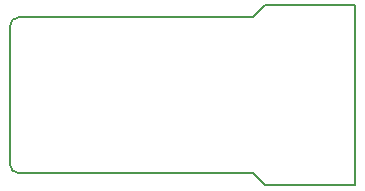
<source format=gko>
G04*
G04 #@! TF.GenerationSoftware,Altium Limited,Altium Designer,22.2.1 (43)*
G04*
G04 Layer_Color=16711935*
%FSTAX25Y25*%
%MOIN*%
G70*
G04*
G04 #@! TF.SameCoordinates,CAACB314-B994-4A0E-AD61-3740CE87C19C*
G04*
G04*
G04 #@! TF.FilePolarity,Positive*
G04*
G01*
G75*
%ADD16C,0.00787*%
D16*
X0Y-0049D02*
G03*
X0003Y-0052I0003J0D01*
G01*
Y0D02*
G03*
X0Y-0003I0J-0003D01*
G01*
X0003Y0D02*
X0081D01*
X0Y-0049D02*
Y-0003D01*
X0003Y-0052D02*
X0081D01*
Y0D02*
X0085Y0004D01*
X0081Y-0052D02*
X0085Y-0056D01*
X0115D01*
X0085Y0004D02*
X0115D01*
Y-0056D02*
Y0004D01*
M02*

</source>
